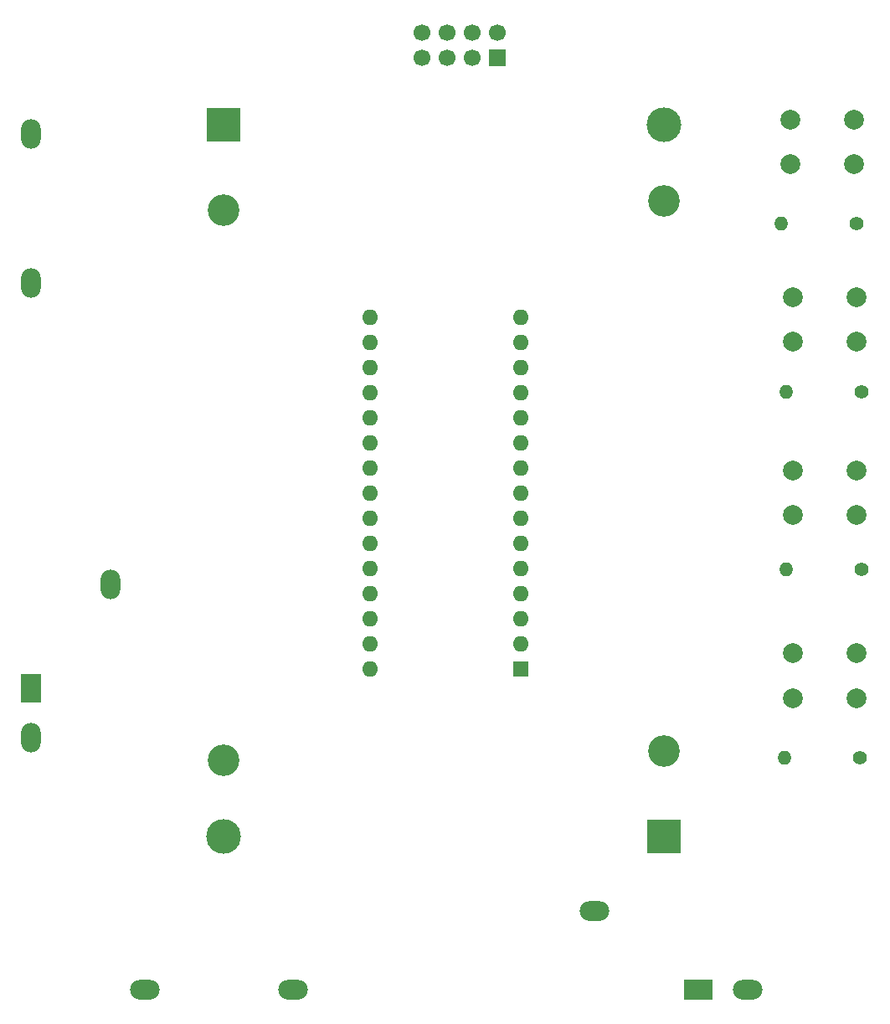
<source format=gbr>
%TF.GenerationSoftware,KiCad,Pcbnew,8.0.8*%
%TF.CreationDate,2025-02-07T19:33:14+02:00*%
%TF.ProjectId,RC-CarPCB,52432d43-6172-4504-9342-2e6b69636164,rev?*%
%TF.SameCoordinates,Original*%
%TF.FileFunction,Soldermask,Top*%
%TF.FilePolarity,Negative*%
%FSLAX46Y46*%
G04 Gerber Fmt 4.6, Leading zero omitted, Abs format (unit mm)*
G04 Created by KiCad (PCBNEW 8.0.8) date 2025-02-07 19:33:14*
%MOMM*%
%LPD*%
G01*
G04 APERTURE LIST*
%ADD10C,2.000000*%
%ADD11O,2.000000X3.000000*%
%ADD12R,2.000000X3.000000*%
%ADD13C,1.400000*%
%ADD14O,1.400000X1.400000*%
%ADD15O,3.000000X2.000000*%
%ADD16R,3.000000X2.000000*%
%ADD17R,1.600000X1.600000*%
%ADD18O,1.600000X1.600000*%
%ADD19C,3.200000*%
%ADD20R,3.500000X3.500000*%
%ADD21C,3.500000*%
%ADD22R,1.700000X1.700000*%
%ADD23C,1.700000*%
G04 APERTURE END LIST*
D10*
%TO.C,SW2*%
X184000000Y-92000000D03*
X190500000Y-92000000D03*
X184000000Y-96500000D03*
X190500000Y-96500000D03*
%TD*%
%TO.C,SW4*%
X183750000Y-56500000D03*
X190250000Y-56500000D03*
X183750000Y-61000000D03*
X190250000Y-61000000D03*
%TD*%
D11*
%TO.C,RV1*%
X107000000Y-119000000D03*
D12*
X107000000Y-114000000D03*
D11*
X115000000Y-103500000D03*
X107000000Y-73000000D03*
X107000000Y-58000000D03*
%TD*%
D13*
%TO.C,R2*%
X191000000Y-102000000D03*
D14*
X183380000Y-102000000D03*
%TD*%
D13*
%TO.C,R1*%
X190810000Y-121000000D03*
D14*
X183190000Y-121000000D03*
%TD*%
D10*
%TO.C,SW1*%
X184000000Y-110500000D03*
X190500000Y-110500000D03*
X184000000Y-115000000D03*
X190500000Y-115000000D03*
%TD*%
D15*
%TO.C,RV2*%
X179500000Y-144500000D03*
D16*
X174500000Y-144500000D03*
D15*
X164000000Y-136500000D03*
X133500000Y-144500000D03*
X118500000Y-144500000D03*
%TD*%
D13*
%TO.C,R3*%
X191000000Y-84000000D03*
D14*
X183380000Y-84000000D03*
%TD*%
D10*
%TO.C,SW3*%
X184000000Y-74500000D03*
X190500000Y-74500000D03*
X184000000Y-79000000D03*
X190500000Y-79000000D03*
%TD*%
D13*
%TO.C,R4*%
X190500000Y-67000000D03*
D14*
X182880000Y-67000000D03*
%TD*%
D17*
%TO.C,A1*%
X156500000Y-112040000D03*
D18*
X156500000Y-109500000D03*
X156500000Y-106960000D03*
X156500000Y-104420000D03*
X156500000Y-101880000D03*
X156500000Y-99340000D03*
X156500000Y-96800000D03*
X156500000Y-94260000D03*
X156500000Y-91720000D03*
X156500000Y-89180000D03*
X156500000Y-86640000D03*
X156500000Y-84100000D03*
X156500000Y-81560000D03*
X156500000Y-79020000D03*
X156500000Y-76480000D03*
X141260000Y-76480000D03*
X141260000Y-79020000D03*
X141260000Y-81560000D03*
X141260000Y-84100000D03*
X141260000Y-86640000D03*
X141260000Y-89180000D03*
X141260000Y-91720000D03*
X141260000Y-94260000D03*
X141260000Y-96800000D03*
X141260000Y-99340000D03*
X141260000Y-101880000D03*
X141260000Y-104420000D03*
X141260000Y-106960000D03*
X141260000Y-109500000D03*
X141260000Y-112040000D03*
%TD*%
D19*
%TO.C,BT2*%
X126500000Y-65645000D03*
X126500000Y-121255000D03*
D20*
X126500000Y-57000000D03*
D21*
X126500000Y-129000000D03*
%TD*%
D22*
%TO.C,U1*%
X154125000Y-50289500D03*
D23*
X154125000Y-47749500D03*
X151585000Y-50289500D03*
X151585000Y-47749500D03*
X149045000Y-50289500D03*
X149045000Y-47749500D03*
X146505000Y-50289500D03*
X146505000Y-47749500D03*
%TD*%
D19*
%TO.C,BT1*%
X171000000Y-120355000D03*
X171000000Y-64745000D03*
D20*
X171000000Y-129000000D03*
D21*
X171000000Y-57000000D03*
%TD*%
M02*

</source>
